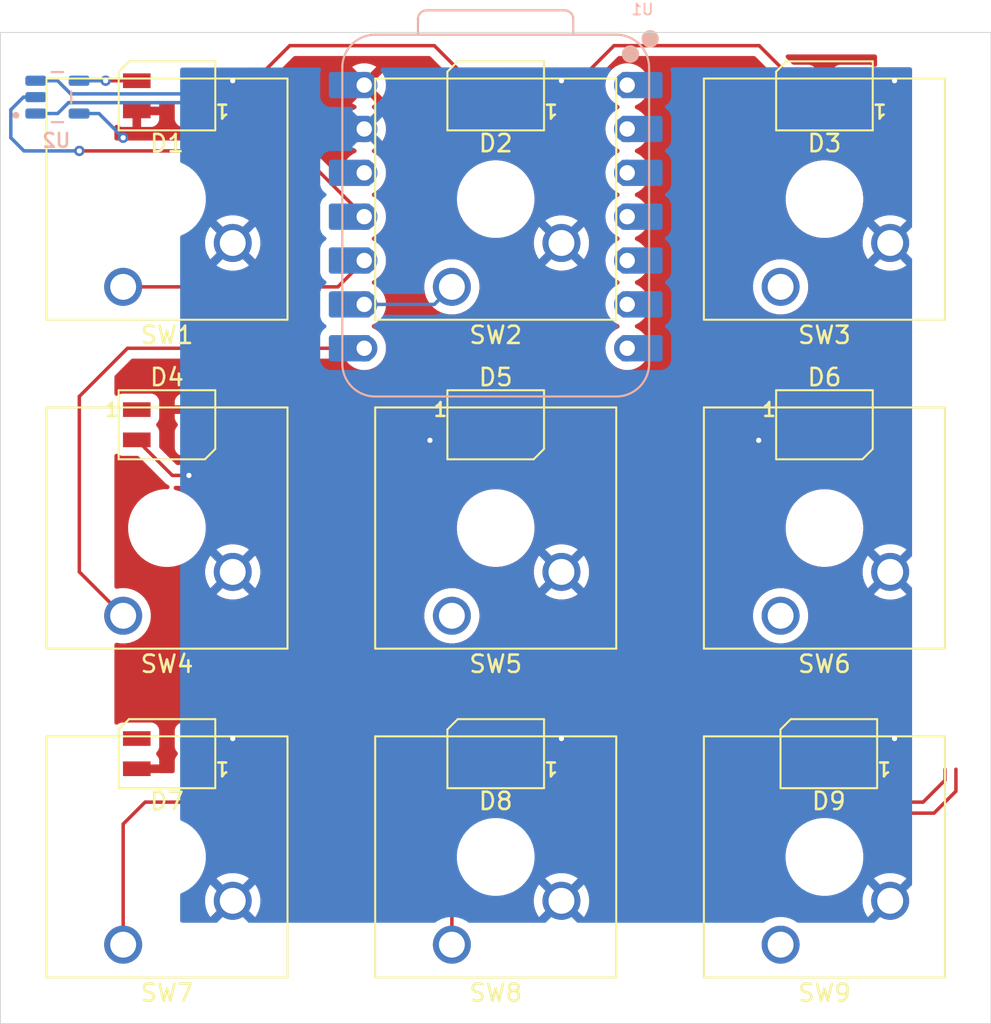
<source format=kicad_pcb>
(kicad_pcb (version 20241229) (generator "pcbnew") (generator_version "9.0")
  (layers (0 "F.Cu" signal) (2 "B.Cu" signal) (13 "F.Paste" user) (15 "B.Paste" user) (5 "F.SilkS" user "F.Silkscreen") (7 "B.SilkS" user "B.Silkscreen") (1 "F.Mask" user) (3 "B.Mask" user) (25 "Edge.Cuts" user))
  (net 0 "")
  (net 1 "VCC")
  (net 2 "Net-(D1-DOUT)")
  (net 3 "NEOPIX_5V")
  (net 4 "GNDD")
  (net 5 "Net-(D2-DOUT)")
  (net 6 "Net-(D3-DOUT)")
  (net 7 "Net-(D4-DOUT)")
  (net 8 "Net-(D4-DIN)")
  (net 9 "Net-(D5-DIN)")
  (net 10 "Net-(D7-DOUT)")
  (net 11 "Net-(D8-DOUT)")
  (net 12 "KEY1")
  (net 13 "KEY2")
  (net 14 "KEY3")
  (net 15 "KEY4")
  (net 16 "KEY5")
  (net 17 "KEY6")
  (net 18 "KEY7")
  (net 19 "KEY8")
  (net 20 "KEY9")
  (net 21 "3V3")
  (net 22 "NEOPIX")
  (footprint "LED_SMD:LED_SK6812MINI_PLCC4_3.5x3.5mm_P1.75mm" (layer "F.Cu") (at 97.79 109.587)
    (property "Reference" "D5" (at 0 -2.75 0) (layer "F.SilkS"))
    (property "Value" "SK6812MINI")
    (fp_line (start -2.8 -2) (end -2.8 2) (stroke (width 0.12)) (layer "F.SilkS"))
    (fp_line (start -2.8 -2) (end 2.8 -2) (stroke (width 0.12)) (layer "F.SilkS"))
    (fp_line (start -2.8 2) (end 2.2 2) (stroke (width 0.12)) (layer "F.SilkS"))
    (fp_line (start 2.8 1.4) (end 2.2 2) (stroke (width 0.12)) (layer "F.SilkS"))
    (fp_line (start 2.8 1.4) (end 2.8 -2) (stroke (width 0.12)) (layer "F.SilkS"))
    (fp_text user "1" (at -3.2 -0.875 0) (layer "F.SilkS") (effects (font (size 0.8 0.8))))
    (pad "1" smd rect (at -1.75 -0.875) (size 1.6 0.85) (layers "F.Cu" "F.Mask" "F.Paste") (net 8 "Net-(D4-DIN)"))
    (pad "2" smd rect (at -1.75 0.875) (size 1.6 0.85) (layers "F.Cu" "F.Mask" "F.Paste") (net 4 "GNDD"))
    (pad "3" smd rect (at 1.75 0.875) (size 1.6 0.85) (layers "F.Cu" "F.Mask" "F.Paste") (net 9 "Net-(D5-DIN)"))
    (pad "4" smd rect (at 1.75 -0.875) (size 1.6 0.85) (layers "F.Cu" "F.Mask" "F.Paste") (net 1 "VCC"))
  )
  (footprint "Button_Switch_Keyboard:SW_Cherry_MX_1.00u_Plate" (layer "F.Cu") (at 114.3 120.65 180)
    (property "Reference" "SW6" (at -2.54 -2.794 0) (layer "F.SilkS"))
    (property "Value" "SW_Push")
    (fp_line (start 4.445 12.065) (end -9.525 12.065) (stroke (width 0.12)) (layer "F.SilkS"))
    (fp_line (start 4.445 -1.905) (end 4.445 12.065) (stroke (width 0.12)) (layer "F.SilkS"))
    (fp_line (start -9.525 12.065) (end -9.525 -1.905) (stroke (width 0.12)) (layer "F.SilkS"))
    (fp_line (start -9.525 -1.905) (end 4.445 -1.905) (stroke (width 0.12)) (layer "F.SilkS"))
    (pad "" np_thru_hole circle (at -2.54 5.08 180) (size 4 4) (drill 4) (layers "*.Cu" "*.Mask"))
    (pad "1" thru_hole circle (at 0 0 180) (size 2.2 2.2) (drill 1.5) (layers "*.Cu" "*.Mask") (net 17 "KEY6"))
    (pad "2" thru_hole circle (at -6.35 2.54 180) (size 2.2 2.2) (drill 1.5) (layers "*.Cu" "*.Mask") (net 4 "GNDD"))
  )
  (footprint "LED_SMD:LED_SK6812MINI_PLCC4_3.5x3.5mm_P1.75mm" (layer "F.Cu") (at 78.74 90.537 180)
    (property "Reference" "D1" (at 0 -2.75 0) (layer "F.SilkS"))
    (property "Value" "SK6812MINI")
    (fp_line (start 2.8 1.4) (end 2.8 -2) (stroke (width 0.12)) (layer "F.SilkS"))
    (fp_line (start 2.8 1.4) (end 2.2 2) (stroke (width 0.12)) (layer "F.SilkS"))
    (fp_line (start -2.8 2) (end 2.2 2) (stroke (width 0.12)) (layer "F.SilkS"))
    (fp_line (start -2.8 -2) (end 2.8 -2) (stroke (width 0.12)) (layer "F.SilkS"))
    (fp_line (start -2.8 -2) (end -2.8 2) (stroke (width 0.12)) (layer "F.SilkS"))
    (fp_text user "1" (at -3.2 -0.875 180) (layer "F.SilkS") (effects (font (size 0.8 0.8))))
    (pad "1" smd rect (at -1.75 -0.875 180) (size 1.6 0.85) (layers "F.Cu" "F.Mask" "F.Paste") (net 2 "Net-(D1-DOUT)"))
    (pad "2" smd rect (at -1.75 0.875 180) (size 1.6 0.85) (layers "F.Cu" "F.Mask" "F.Paste") (net 4 "GNDD"))
    (pad "3" smd rect (at 1.75 0.875 180) (size 1.6 0.85) (layers "F.Cu" "F.Mask" "F.Paste") (net 3 "NEOPIX_5V"))
    (pad "4" smd rect (at 1.75 -0.875 180) (size 1.6 0.85) (layers "F.Cu" "F.Mask" "F.Paste") (net 1 "VCC"))
  )
  (footprint "LED_SMD:LED_SK6812MINI_PLCC4_3.5x3.5mm_P1.75mm" (layer "F.Cu") (at 116.84 90.537 180)
    (property "Reference" "D3" (at 0 -2.75 0) (layer "F.SilkS"))
    (property "Value" "SK6812MINI")
    (fp_line (start 2.8 1.4) (end 2.8 -2) (stroke (width 0.12)) (layer "F.SilkS"))
    (fp_line (start 2.8 1.4) (end 2.2 2) (stroke (width 0.12)) (layer "F.SilkS"))
    (fp_line (start -2.8 2) (end 2.2 2) (stroke (width 0.12)) (layer "F.SilkS"))
    (fp_line (start -2.8 -2) (end 2.8 -2) (stroke (width 0.12)) (layer "F.SilkS"))
    (fp_line (start -2.8 -2) (end -2.8 2) (stroke (width 0.12)) (layer "F.SilkS"))
    (fp_text user "1" (at -3.2 -0.875 180) (layer "F.SilkS") (effects (font (size 0.8 0.8))))
    (pad "1" smd rect (at -1.75 -0.875 180) (size 1.6 0.85) (layers "F.Cu" "F.Mask" "F.Paste") (net 6 "Net-(D3-DOUT)"))
    (pad "2" smd rect (at -1.75 0.875 180) (size 1.6 0.85) (layers "F.Cu" "F.Mask" "F.Paste") (net 4 "GNDD"))
    (pad "3" smd rect (at 1.75 0.875 180) (size 1.6 0.85) (layers "F.Cu" "F.Mask" "F.Paste") (net 5 "Net-(D2-DOUT)"))
    (pad "4" smd rect (at 1.75 -0.875 180) (size 1.6 0.85) (layers "F.Cu" "F.Mask" "F.Paste") (net 1 "VCC"))
  )
  (footprint "LED_SMD:LED_SK6812MINI_PLCC4_3.5x3.5mm_P1.75mm" (layer "F.Cu") (at 78.74 128.637 180)
    (property "Reference" "D7" (at 0 -2.75 0) (layer "F.SilkS"))
    (property "Value" "SK6812MINI")
    (fp_line (start 2.8 1.4) (end 2.8 -2) (stroke (width 0.12)) (layer "F.SilkS"))
    (fp_line (start 2.8 1.4) (end 2.2 2) (stroke (width 0.12)) (layer "F.SilkS"))
    (fp_line (start -2.8 2) (end 2.2 2) (stroke (width 0.12)) (layer "F.SilkS"))
    (fp_line (start -2.8 -2) (end 2.8 -2) (stroke (width 0.12)) (layer "F.SilkS"))
    (fp_line (start -2.8 -2) (end -2.8 2) (stroke (width 0.12)) (layer "F.SilkS"))
    (fp_text user "1" (at -3.2 -0.875 180) (layer "F.SilkS") (effects (font (size 0.8 0.8))))
    (pad "1" smd rect (at -1.75 -0.875 180) (size 1.6 0.85) (layers "F.Cu" "F.Mask" "F.Paste") (net 10 "Net-(D7-DOUT)"))
    (pad "2" smd rect (at -1.75 0.875 180) (size 1.6 0.85) (layers "F.Cu" "F.Mask" "F.Paste") (net 4 "GNDD"))
    (pad "3" smd rect (at 1.75 0.875 180) (size 1.6 0.85) (layers "F.Cu" "F.Mask" "F.Paste") (net 7 "Net-(D4-DOUT)"))
    (pad "4" smd rect (at 1.75 -0.875 180) (size 1.6 0.85) (layers "F.Cu" "F.Mask" "F.Paste") (net 1 "VCC"))
  )
  (footprint "Button_Switch_Keyboard:SW_Cherry_MX_1.00u_Plate" (layer "F.Cu") (at 76.2 139.7 180)
    (property "Reference" "SW7" (at -2.54 -2.794 0) (layer "F.SilkS"))
    (property "Value" "SW_Push")
    (fp_line (start 4.445 12.065) (end -9.525 12.065) (stroke (width 0.12)) (layer "F.SilkS"))
    (fp_line (start 4.445 -1.905) (end 4.445 12.065) (stroke (width 0.12)) (layer "F.SilkS"))
    (fp_line (start -9.525 12.065) (end -9.525 -1.905) (stroke (width 0.12)) (layer "F.SilkS"))
    (fp_line (start -9.525 -1.905) (end 4.445 -1.905) (stroke (width 0.12)) (layer "F.SilkS"))
    (pad "" np_thru_hole circle (at -2.54 5.08 180) (size 4 4) (drill 4) (layers "*.Cu" "*.Mask"))
    (pad "1" thru_hole circle (at 0 0 180) (size 2.2 2.2) (drill 1.5) (layers "*.Cu" "*.Mask") (net 18 "KEY7"))
    (pad "2" thru_hole circle (at -6.35 2.54 180) (size 2.2 2.2) (drill 1.5) (layers "*.Cu" "*.Mask") (net 4 "GNDD"))
  )
  (footprint "Button_Switch_Keyboard:SW_Cherry_MX_1.00u_Plate" (layer "F.Cu") (at 76.2 101.6 180)
    (property "Reference" "SW1" (at -2.54 -2.794 0) (layer "F.SilkS"))
    (property "Value" "SW_Push")
    (fp_line (start 4.445 12.065) (end -9.525 12.065) (stroke (width 0.12)) (layer "F.SilkS"))
    (fp_line (start 4.445 -1.905) (end 4.445 12.065) (stroke (width 0.12)) (layer "F.SilkS"))
    (fp_line (start -9.525 12.065) (end -9.525 -1.905) (stroke (width 0.12)) (layer "F.SilkS"))
    (fp_line (start -9.525 -1.905) (end 4.445 -1.905) (stroke (width 0.12)) (layer "F.SilkS"))
    (pad "" np_thru_hole circle (at -2.54 5.08 180) (size 4 4) (drill 4) (layers "*.Cu" "*.Mask"))
    (pad "1" thru_hole circle (at 0 0 180) (size 2.2 2.2) (drill 1.5) (layers "*.Cu" "*.Mask") (net 12 "KEY1"))
    (pad "2" thru_hole circle (at -6.35 2.54 180) (size 2.2 2.2) (drill 1.5) (layers "*.Cu" "*.Mask") (net 4 "GNDD"))
  )
  (footprint "Button_Switch_Keyboard:SW_Cherry_MX_1.00u_Plate" (layer "F.Cu") (at 114.3 139.7 180)
    (property "Reference" "SW9" (at -2.54 -2.794 0) (layer "F.SilkS"))
    (property "Value" "SW_Push")
    (fp_line (start 4.445 12.065) (end -9.525 12.065) (stroke (width 0.12)) (layer "F.SilkS"))
    (fp_line (start 4.445 -1.905) (end 4.445 12.065) (stroke (width 0.12)) (layer "F.SilkS"))
    (fp_line (start -9.525 12.065) (end -9.525 -1.905) (stroke (width 0.12)) (layer "F.SilkS"))
    (fp_line (start -9.525 -1.905) (end 4.445 -1.905) (stroke (width 0.12)) (layer "F.SilkS"))
    (pad "" np_thru_hole circle (at -2.54 5.08 180) (size 4 4) (drill 4) (layers "*.Cu" "*.Mask"))
    (pad "1" thru_hole circle (at 0 0 180) (size 2.2 2.2) (drill 1.5) (layers "*.Cu" "*.Mask") (net 20 "KEY9"))
    (pad "2" thru_hole circle (at -6.35 2.54 180) (size 2.2 2.2) (drill 1.5) (layers "*.Cu" "*.Mask") (net 4 "GNDD"))
  )
  (footprint "Button_Switch_Keyboard:SW_Cherry_MX_1.00u_Plate" (layer "F.Cu") (at 95.25 101.6 180)
    (property "Reference" "SW2" (at -2.54 -2.794 0) (layer "F.SilkS"))
    (property "Value" "SW_Push")
    (fp_line (start 4.445 12.065) (end -9.525 12.065) (stroke (width 0.12)) (layer "F.SilkS"))
    (fp_line (start 4.445 -1.905) (end 4.445 12.065) (stroke (width 0.12)) (layer "F.SilkS"))
    (fp_line (start -9.525 12.065) (end -9.525 -1.905) (stroke (width 0.12)) (layer "F.SilkS"))
    (fp_line (start -9.525 -1.905) (end 4.445 -1.905) (stroke (width 0.12)) (layer "F.SilkS"))
    (pad "" np_thru_hole circle (at -2.54 5.08 180) (size 4 4) (drill 4) (layers "*.Cu" "*.Mask"))
    (pad "1" thru_hole circle (at 0 0 180) (size 2.2 2.2) (drill 1.5) (layers "*.Cu" "*.Mask") (net 13 "KEY2"))
    (pad "2" thru_hole circle (at -6.35 2.54 180) (size 2.2 2.2) (drill 1.5) (layers "*.Cu" "*.Mask") (net 4 "GNDD"))
  )
  (footprint "LED_SMD:LED_SK6812MINI_PLCC4_3.5x3.5mm_P1.75mm" (layer "F.Cu") (at 78.74 109.587)
    (property "Reference" "D4" (at 0 -2.75 0) (layer "F.SilkS"))
    (property "Value" "SK6812MINI")
    (fp_line (start -2.8 -2) (end -2.8 2) (stroke (width 0.12)) (layer "F.SilkS"))
    (fp_line (start -2.8 -2) (end 2.8 -2) (stroke (width 0.12)) (layer "F.SilkS"))
    (fp_line (start -2.8 2) (end 2.2 2) (stroke (width 0.12)) (layer "F.SilkS"))
    (fp_line (start 2.8 1.4) (end 2.2 2) (stroke (width 0.12)) (layer "F.SilkS"))
    (fp_line (start 2.8 1.4) (end 2.8 -2) (stroke (width 0.12)) (layer "F.SilkS"))
    (fp_text user "1" (at -3.2 -0.875 0) (layer "F.SilkS") (effects (font (size 0.8 0.8))))
    (pad "1" smd rect (at -1.75 -0.875) (size 1.6 0.85) (layers "F.Cu" "F.Mask" "F.Paste") (net 7 "Net-(D4-DOUT)"))
    (pad "2" smd rect (at -1.75 0.875) (size 1.6 0.85) (layers "F.Cu" "F.Mask" "F.Paste") (net 4 "GNDD"))
    (pad "3" smd rect (at 1.75 0.875) (size 1.6 0.85) (layers "F.Cu" "F.Mask" "F.Paste") (net 8 "Net-(D4-DIN)"))
    (pad "4" smd rect (at 1.75 -0.875) (size 1.6 0.85) (layers "F.Cu" "F.Mask" "F.Paste") (net 1 "VCC"))
  )
  (footprint "LED_SMD:LED_SK6812MINI_PLCC4_3.5x3.5mm_P1.75mm" (layer "F.Cu") (at 97.79 90.537 180)
    (property "Reference" "D2" (at 0 -2.75 0) (layer "F.SilkS"))
    (property "Value" "SK6812MINI")
    (fp_line (start 2.8 1.4) (end 2.8 -2) (stroke (width 0.12)) (layer "F.SilkS"))
    (fp_line (start 2.8 1.4) (end 2.2 2) (stroke (width 0.12)) (layer "F.SilkS"))
    (fp_line (start -2.8 2) (end 2.2 2) (stroke (width 0.12)) (layer "F.SilkS"))
    (fp_line (start -2.8 -2) (end 2.8 -2) (stroke (width 0.12)) (layer "F.SilkS"))
    (fp_line (start -2.8 -2) (end -2.8 2) (stroke (width 0.12)) (layer "F.SilkS"))
    (fp_text user "1" (at -3.2 -0.875 180) (layer "F.SilkS") (effects (font (size 0.8 0.8))))
    (pad "1" smd rect (at -1.75 -0.875 180) (size 1.6 0.85) (layers "F.Cu" "F.Mask" "F.Paste") (net 5 "Net-(D2-DOUT)"))
    (pad "2" smd rect (at -1.75 0.875 180) (size 1.6 0.85) (layers "F.Cu" "F.Mask" "F.Paste") (net 4 "GNDD"))
    (pad "3" smd rect (at 1.75 0.875 180) (size 1.6 0.85) (layers "F.Cu" "F.Mask" "F.Paste") (net 2 "Net-(D1-DOUT)"))
    (pad "4" smd rect (at 1.75 -0.875 180) (size 1.6 0.85) (layers "F.Cu" "F.Mask" "F.Paste") (net 1 "VCC"))
  )
  (footprint "LED_SMD:LED_SK6812MINI_PLCC4_3.5x3.5mm_P1.75mm" (layer "F.Cu") (at 97.79 128.637 180)
    (property "Reference" "D8" (at 0 -2.75 0) (layer "F.SilkS"))
    (property "Value" "SK6812MINI")
    (fp_line (start 2.8 1.4) (end 2.8 -2) (stroke (width 0.12)) (layer "F.SilkS"))
    (fp_line (start 2.8 1.4) (end 2.2 2) (stroke (width 0.12)) (layer "F.SilkS"))
    (fp_line (start -2.8 2) (end 2.2 2) (stroke (width 0.12)) (layer "F.SilkS"))
    (fp_line (start -2.8 -2) (end 2.8 -2) (stroke (width 0.12)) (layer "F.SilkS"))
    (fp_line (start -2.8 -2) (end -2.8 2) (stroke (width 0.12)) (layer "F.SilkS"))
    (fp_text user "1" (at -3.2 -0.875 180) (layer "F.SilkS") (effects (font (size 0.8 0.8))))
    (pad "1" smd rect (at -1.75 -0.875 180) (size 1.6 0.85) (layers "F.Cu" "F.Mask" "F.Paste") (net 11 "Net-(D8-DOUT)"))
    (pad "2" smd rect (at -1.75 0.875 180) (size 1.6 0.85) (layers "F.Cu" "F.Mask" "F.Paste") (net 4 "GNDD"))
    (pad "3" smd rect (at 1.75 0.875 180) (size 1.6 0.85) (layers "F.Cu" "F.Mask" "F.Paste") (net 10 "Net-(D7-DOUT)"))
    (pad "4" smd rect (at 1.75 -0.875 180) (size 1.6 0.85) (layers "F.Cu" "F.Mask" "F.Paste") (net 1 "VCC"))
  )
  (footprint "Button_Switch_Keyboard:SW_Cherry_MX_1.00u_Plate" (layer "F.Cu") (at 95.25 139.7 180)
    (property "Reference" "SW8" (at -2.54 -2.794 0) (layer "F.SilkS"))
    (property "Value" "SW_Push")
    (fp_line (start 4.445 12.065) (end -9.525 12.065) (stroke (width 0.12)) (layer "F.SilkS"))
    (fp_line (start 4.445 -1.905) (end 4.445 12.065) (stroke (width 0.12)) (layer "F.SilkS"))
    (fp_line (start -9.525 12.065) (end -9.525 -1.905) (stroke (width 0.12)) (layer "F.SilkS"))
    (fp_line (start -9.525 -1.905) (end 4.445 -1.905) (stroke (width 0.12)) (layer "F.SilkS"))
    (pad "" np_thru_hole circle (at -2.54 5.08 180) (size 4 4) (drill 4) (layers "*.Cu" "*.Mask"))
    (pad "1" thru_hole circle (at 0 0 180) (size 2.2 2.2) (drill 1.5) (layers "*.Cu" "*.Mask") (net 19 "KEY8"))
    (pad "2" thru_hole circle (at -6.35 2.54 180) (size 2.2 2.2) (drill 1.5) (layers "*.Cu" "*.Mask") (net 4 "GNDD"))
  )
  (footprint "Button_Switch_Keyboard:SW_Cherry_MX_1.00u_Plate" (layer "F.Cu") (at 95.25 120.65 180)
    (property "Reference" "SW5" (at -2.54 -2.794 0) (layer "F.SilkS"))
    (property "Value" "SW_Push")
    (fp_line (start 4.445 12.065) (end -9.525 12.065) (stroke (width 0.12)) (layer "F.SilkS"))
    (fp_line (start 4.445 -1.905) (end 4.445 12.065) (stroke (width 0.12)) (layer "F.SilkS"))
    (fp_line (start -9.525 12.065) (end -9.525 -1.905) (stroke (width 0.12)) (layer "F.SilkS"))
    (fp_line (start -9.525 -1.905) (end 4.445 -1.905) (stroke (width 0.12)) (layer "F.SilkS"))
    (pad "" np_thru_hole circle (at -2.54 5.08 180) (size 4 4) (drill 4) (layers "*.Cu" "*.Mask"))
    (pad "1" thru_hole circle (at 0 0 180) (size 2.2 2.2) (drill 1.5) (layers "*.Cu" "*.Mask") (net 16 "KEY5"))
    (pad "2" thru_hole circle (at -6.35 2.54 180) (size 2.2 2.2) (drill 1.5) (layers "*.Cu" "*.Mask") (net 4 "GNDD"))
  )
  (footprint "Button_Switch_Keyboard:SW_Cherry_MX_1.00u_Plate" (layer "F.Cu") (at 76.2 120.65 180)
    (property "Reference" "SW4" (at -2.54 -2.794 0) (layer "F.SilkS"))
    (property "Value" "SW_Push")
    (fp_line (start 4.445 12.065) (end -9.525 12.065) (stroke (width 0.12)) (layer "F.SilkS"))
    (fp_line (start 4.445 -1.905) (end 4.445 12.065) (stroke (width 0.12)) (layer "F.SilkS"))
    (fp_line (start -9.525 12.065) (end -9.525 -1.905) (stroke (width 0.12)) (layer "F.SilkS"))
    (fp_line (start -9.525 -1.905) (end 4.445 -1.905) (stroke (width 0.12)) (layer "F.SilkS"))
    (pad "" np_thru_hole circle (at -2.54 5.08 180) (size 4 4) (drill 4) (layers "*.Cu" "*.Mask"))
    (pad "1" thru_hole circle (at 0 0 180) (size 2.2 2.2) (drill 1.5) (layers "*.Cu" "*.Mask") (net 15 "KEY4"))
    (pad "2" thru_hole circle (at -6.35 2.54 180) (size 2.2 2.2) (drill 1.5) (layers "*.Cu" "*.Mask") (net 4 "GNDD"))
  )
  (footprint "Button_Switch_Keyboard:SW_Cherry_MX_1.00u_Plate" (layer "F.Cu") (at 114.3 101.6 180)
    (property "Reference" "SW3" (at -2.54 -2.794 0) (layer "F.SilkS"))
    (property "Value" "SW_Push")
    (fp_line (start 4.445 12.065) (end -9.525 12.065) (stroke (width 0.12)) (layer "F.SilkS"))
    (fp_line (start 4.445 -1.905) (end 4.445 12.065) (stroke (width 0.12)) (layer "F.SilkS"))
    (fp_line (start -9.525 12.065) (end -9.525 -1.905) (stroke (width 0.12)) (layer "F.SilkS"))
    (fp_line (start -9.525 -1.905) (end 4.445 -1.905) (stroke (width 0.12)) (layer "F.SilkS"))
    (pad "" np_thru_hole circle (at -2.54 5.08 180) (size 4 4) (drill 4) (layers "*.Cu" "*.Mask"))
    (pad "1" thru_hole circle (at 0 0 180) (size 2.2 2.2) (drill 1.5) (layers "*.Cu" "*.Mask") (net 14 "KEY3"))
    (pad "2" thru_hole circle (at -6.35 2.54 180) (size 2.2 2.2) (drill 1.5) (layers "*.Cu" "*.Mask") (net 4 "GNDD"))
  )
  (footprint "LED_SMD:LED_SK6812MINI_PLCC4_3.5x3.5mm_P1.75mm" (layer "F.Cu") (at 116.84 109.587)
    (property "Reference" "D6" (at 0 -2.75 0) (layer "F.SilkS"))
    (property "Value" "SK6812MINI")
    (fp_line (start -2.8 -2) (end -2.8 2) (stroke (width 0.12)) (layer "F.SilkS"))
    (fp_line (start -2.8 -2) (end 2.8 -2) (stroke (width 0.12)) (layer "F.SilkS"))
    (fp_line (start -2.8 2) (end 2.2 2) (stroke (width 0.12)) (layer "F.SilkS"))
    (fp_line (start 2.8 1.4) (end 2.2 2) (stroke (width 0.12)) (layer "F.SilkS"))
    (fp_line (start 2.8 1.4) (end 2.8 -2) (stroke (width 0.12)) (layer "F.SilkS"))
    (fp_text user "1" (at -3.2 -0.875 0) (layer "F.SilkS") (effects (font (size 0.8 0.8))))
    (pad "1" smd rect (at -1.75 -0.875) (size 1.6 0.85) (layers "F.Cu" "F.Mask" "F.Paste") (net 9 "Net-(D5-DIN)"))
    (pad "2" smd rect (at -1.75 0.875) (size 1.6 0.85) (layers "F.Cu" "F.Mask" "F.Paste") (net 4 "GNDD"))
    (pad "3" smd rect (at 1.75 0.875) (size 1.6 0.85) (layers "F.Cu" "F.Mask" "F.Paste") (net 6 "Net-(D3-DOUT)"))
    (pad "4" smd rect (at 1.75 -0.875) (size 1.6 0.85) (layers "F.Cu" "F.Mask" "F.Paste") (net 1 "VCC"))
  )
  (footprint "LED_SMD:LED_SK6812MINI_PLCC4_3.5x3.5mm_P1.75mm" (layer "F.Cu") (at 117.094 128.637 180)
    (property "Reference" "D9" (at 0 -2.75 0) (layer "F.SilkS"))
    (property "Value" "SK6812MINI")
    (fp_line (start 2.8 1.4) (end 2.8 -2) (stroke (width 0.12)) (layer "F.SilkS"))
    (fp_line (start 2.8 1.4) (end 2.2 2) (stroke (width 0.12)) (layer "F.SilkS"))
    (fp_line (start -2.8 2) (end 2.2 2) (stroke (width 0.12)) (layer "F.SilkS"))
    (fp_line (start -2.8 -2) (end 2.8 -2) (stroke (width 0.12)) (layer "F.SilkS"))
    (fp_line (start -2.8 -2) (end -2.8 2) (stroke (width 0.12)) (layer "F.SilkS"))
    (fp_text user "1" (at -3.2 -0.875 180) (layer "F.SilkS") (effects (font (size 0.8 0.8))))
    (pad "1" smd rect (at -1.75 -0.875 180) (size 1.6 0.85) (layers "F.Cu" "F.Mask" "F.Paste"))
    (pad "2" smd rect (at -1.75 0.875 180) (size 1.6 0.85) (layers "F.Cu" "F.Mask" "F.Paste") (net 4 "GNDD"))
    (pad "3" smd rect (at 1.75 0.875 180) (size 1.6 0.85) (layers "F.Cu" "F.Mask" "F.Paste") (net 11 "Net-(D8-DOUT)"))
    (pad "4" smd rect (at 1.75 -0.875 180) (size 1.6 0.85) (layers "F.Cu" "F.Mask" "F.Paste") (net 1 "VCC"))
  )
  (footprint "Seeed Studio XIAO Series Library:XIAO-RP2040-DIP" (layer "B.Cu") (at 97.79 97.536 180)
    (property "Reference" "U1" (at -8.5 12 0) (layer "B.SilkS") (effects (font (size 0.635 0.635) (thickness 0.1016)) (justify mirror)))
    (property "Value" "XIAO-RP2040-DIP")
    (fp_line (start 8.89 -8.509) (end 8.89 8.636) (stroke (width 0.127)) (layer "B.SilkS"))
    (fp_line (start 6.985 10.541) (end -6.985 10.541) (stroke (width 0.1)) (layer "B.SilkS"))
    (fp_line (start 6.985 10.541) (end -6.985 10.541) (stroke (width 0.127)) (layer "B.SilkS"))
    (fp_line (start 4.504 11.451) (end 4.504 10.541) (stroke (width 0.127)) (layer "B.SilkS"))
    (fp_line (start -3.991272 11.951) (end 4.004 11.951) (stroke (width 0.127)) (layer "B.SilkS"))
    (fp_line (start -4.495 10.541) (end -4.491272 11.451272) (stroke (width 0.127)) (layer "B.SilkS"))
    (fp_line (start -6.985 -10.414) (end 6.985 -10.414) (stroke (width 0.127)) (layer "B.SilkS"))
    (fp_line (start -8.89 -8.509) (end -8.89 8.636) (stroke (width 0.127)) (layer "B.SilkS"))
    (fp_arc (start 8.89 8.636) (mid 8.332038 9.983038) (end 6.985 10.541) (stroke (width 0.127)) (layer "B.SilkS"))
    (fp_arc (start 6.985 -10.414) (mid 8.332038 -9.856038) (end 8.89 -8.509) (stroke (width 0.127)) (layer "B.SilkS"))
    (fp_arc (start 4.504 11.451) (mid 4.357553 11.804553) (end 4.004 11.951) (stroke (width 0.127)) (layer "B.SilkS"))
    (fp_arc (start -3.991272 11.951) (mid -4.344724 11.804644) (end -4.491272 11.451272) (stroke (width 0.127)) (layer "B.SilkS"))
    (fp_arc (start -6.985 10.541) (mid -8.332038 9.983038) (end -8.89 8.636) (stroke (width 0.127)) (layer "B.SilkS"))
    (fp_arc (start -8.89 -8.509) (mid -8.332038 -9.856038) (end -6.985 -10.414) (stroke (width 0.127)) (layer "B.SilkS"))
    (fp_circle (center -7.807 9.42) (end -7.807 9.674) (stroke (width 0.5)) (fill yes) (layer "B.SilkS"))
    (fp_circle (center -8.95 10.3) (end -8.95 10.554) (stroke (width 0.5)) (fill yes) (layer "B.SilkS"))
    (pad "1" smd roundrect (at -8.455 7.62) (size 2.432 1.524) (layers "B.Cu" "B.Mask") (roundrect_rratio 0.1))
    (pad "1" thru_hole circle (at -7.62 7.62) (size 1.524 1.524) (drill 0.889) (layers "*.Cu" "*.Mask"))
    (pad "2" smd roundrect (at -8.455 5.08) (size 2.432 1.524) (layers "B.Cu" "B.Mask") (roundrect_rratio 0.1) (net 19 "KEY8"))
    (pad "2" thru_hole circle (at -7.62 5.08) (size 1.524 1.524) (drill 0.889) (layers "*.Cu" "*.Mask") (net 19 "KEY8"))
    (pad "3" smd roundrect (at -8.455 2.54) (size 2.432 1.524) (layers "B.Cu" "B.Mask") (roundrect_rratio 0.1) (net 17 "KEY6"))
    (pad "3" thru_hole circle (at -7.62 2.54) (size 1.524 1.524) (drill 0.889) (layers "*.Cu" "*.Mask") (net 17 "KEY6"))
    (pad "4" smd roundrect (at -8.455 0) (size 2.432 1.524) (layers "B.Cu" "B.Mask") (roundrect_rratio 0.1) (net 20 "KEY9"))
    (pad "4" thru_hole circle (at -7.62 0) (size 1.524 1.524) (drill 0.889) (layers "*.Cu" "*.Mask") (net 20 "KEY9"))
    (pad "5" smd roundrect (at -8.455 -2.54) (size 2.432 1.524) (layers "B.Cu" "B.Mask") (roundrect_rratio 0.1) (net 14 "KEY3"))
    (pad "5" thru_hole circle (at -7.62 -2.54) (size 1.524 1.524) (drill 0.889) (layers "*.Cu" "*.Mask") (net 14 "KEY3"))
    (pad "6" smd roundrect (at -8.455 -5.08) (size 2.432 1.524) (layers "B.Cu" "B.Mask") (roundrect_rratio 0.1) (net 16 "KEY5"))
    (pad "6" thru_hole circle (at -7.62 -5.08) (size 1.524 1.524) (drill 0.889) (layers "*.Cu" "*.Mask") (net 16 "KEY5"))
    (pad "7" smd roundrect (at -8.455 -7.62) (size 2.432 1.524) (layers "B.Cu" "B.Mask") (roundrect_rratio 0.1))
    (pad "7" thru_hole circle (at -7.62 -7.62) (size 1.524 1.524) (drill 0.889) (layers "*.Cu" "*.Mask"))
    (pad "8" thru_hole circle (at 7.62 -7.62 180) (size 1.524 1.524) (drill 0.889) (layers "*.Cu" "*.Mask") (net 15 "KEY4"))
    (pad "8" smd roundrect (at 8.455 -7.62 180) (size 2.432 1.524) (layers "B.Cu" "B.Mask") (roundrect_rratio 0.1) (net 15 "KEY4"))
    (pad "9" thru_hole circle (at 7.62 -5.08 180) (size 1.524 1.524) (drill 0.889) (layers "*.Cu" "*.Mask") (net 13 "KEY2"))
    (pad "9" smd roundrect (at 8.455 -5.08 180) (size 2.432 1.524) (layers "B.Cu" "B.Mask") (roundrect_rratio 0.1) (net 13 "KEY2"))
    (pad "10" thru_hole circle (at 7.62 -2.54 180) (size 1.524 1.524) (drill 0.889) (layers "*.Cu" "*.Mask") (net 12 "KEY1"))
    (pad "10" smd roundrect (at 8.455 -2.54 180) (size 2.432 1.524) (layers "B.Cu" "B.Mask") (roundrect_rratio 0.1) (net 12 "KEY1"))
    (pad "11" thru_hole circle (at 7.62 0 180) (size 1.524 1.524) (drill 0.889) (layers "*.Cu" "*.Mask") (net 22 "NEOPIX"))
    (pad "11" smd roundrect (at 8.455 0 180) (size 2.432 1.524) (layers "B.Cu" "B.Mask") (roundrect_rratio 0.1) (net 22 "NEOPIX"))
    (pad "12" thru_hole circle (at 7.62 2.54 180) (size 1.524 1.524) (drill 0.889) (layers "*.Cu" "*.Mask") (net 21 "3V3"))
    (pad "12" smd roundrect (at 8.455 2.54 180) (size 2.432 1.524) (layers "B.Cu" "B.Mask") (roundrect_rratio 0.1) (net 21 "3V3"))
    (pad "13" thru_hole circle (at 7.62 5.08 180) (size 1.524 1.524) (drill 0.889) (layers "*.Cu" "*.Mask") (net 4 "GNDD"))
    (pad "13" smd roundrect (at 8.455 5.08 180) (size 2.432 1.524) (layers "B.Cu" "B.Mask") (roundrect_rratio 0.1) (net 4 "GNDD"))
    (pad "14" thru_hole circle (at 7.62 7.62 180) (size 1.524 1.524) (drill 0.889) (layers "*.Cu" "*.Mask") (net 1 "VCC"))
    (pad "14" smd roundrect (at 8.455 7.62 180) (size 2.432 1.524) (layers "B.Cu" "B.Mask") (roundrect_rratio 0.1) (net 1 "VCC"))
  )
  (footprint "SN74AHCT1G125DBVR:SOT95P280X145-5N" (layer "B.Cu") (at 72.39 90.612)
    (property "Reference" "U2" (at -0.06 2.508 0) (layer "B.SilkS") (effects (font (size 0.8 0.8)) (justify mirror)))
    (property "Value" "74AHCT1G125")
    (fp_line (start -0.33 1.45) (end 0.33 1.45) (stroke (width 0.127)) (layer "B.SilkS"))
    (fp_line (start 0.33 -1.45) (end -0.33 -1.45) (stroke (width 0.127)) (layer "B.SilkS"))
    (fp_line (start 0.8 0.335) (end 0.8 -0.335) (stroke (width 0.127)) (layer "B.SilkS"))
    (fp_circle (center -2.41 1.05) (end -2.31 1.05) (stroke (width 0.2)) (fill no) (layer "B.SilkS"))
    (pad "1" smd roundrect (at -1.255 0.95) (size 1.21 0.59) (layers "B.Cu" "B.Mask" "B.Paste") (net 4 "GNDD"))
    (pad "2" smd roundrect (at -1.255 0) (size 1.21 0.59) (layers "B.Cu" "B.Mask" "B.Paste") (net 22 "NEOPIX"))
    (pad "3" smd roundrect (at -1.255 -0.95) (size 1.21 0.59) (layers "B.Cu" "B.Mask" "B.Paste") (net 4 "GNDD"))
    (pad "4" smd roundrect (at 1.255 -0.95) (size 1.21 0.59) (layers "B.Cu" "B.Mask" "B.Paste") (net 3 "NEOPIX_5V"))
    (pad "5" smd roundrect (at 1.255 0.95) (size 1.21 0.59) (layers "B.Cu" "B.Mask" "B.Paste") (net 1 "VCC"))
  )
  (gr_rect (start 69.088 86.868) (end 126.492 144.272) (stroke (width 0.05)) (fill no) (layer "Edge.Cuts"))
  (via (at 76.2 92.964) (size 0.6) (drill 0.3) (layers "F.Cu" "B.Cu") (net 1))
  (segment (start 74.798 91.562) (end 76.2 92.964) (width 0.2) (layer "B.Cu") (net 1))
  (segment (start 73.645 91.562) (end 74.798 91.562) (width 0.2) (layer "B.Cu") (net 1))
  (segment (start 80.49 91.412) (end 82.07 91.412) (width 0.2) (layer "F.Cu") (net 2))
  (segment (start 94.234 87.63) (end 96.04 89.436) (width 0.2) (layer "F.Cu") (net 2))
  (segment (start 85.852 87.63) (end 94.234 87.63) (width 0.2) (layer "F.Cu") (net 2))
  (segment (start 82.07 91.412) (end 85.852 87.63) (width 0.2) (layer "F.Cu") (net 2))
  (segment (start 96.04 89.436) (end 96.04 89.662) (width 0.2) (layer "F.Cu") (net 2))
  (segment (start 75.184 89.662) (end 76.99 89.662) (width 0.2) (layer "F.Cu") (net 3))
  (via (at 75.184 89.662) (size 0.6) (drill 0.3) (layers "F.Cu" "B.Cu") (net 3))
  (segment (start 73.645 89.662) (end 75.184 89.662) (width 0.2) (layer "B.Cu") (net 3))
  (segment (start 96.04 110.462) (end 94.008 110.462) (width 0.2) (layer "F.Cu") (net 4))
  (segment (start 76.99 110.462) (end 79.05 112.522) (width 0.2) (layer "F.Cu") (net 4))
  (segment (start 80.49 89.662) (end 82.55 89.662) (width 0.2) (layer "F.Cu") (net 4))
  (segment (start 94.008 110.462) (end 93.98 110.49) (width 0.2) (layer "F.Cu") (net 4))
  (segment (start 118.59 89.662) (end 120.904 89.662) (width 0.2) (layer "F.Cu") (net 4))
  (segment (start 79.05 112.522) (end 80.01 112.522) (width 0.2) (layer "F.Cu") (net 4))
  (segment (start 118.844 127.762) (end 120.904 127.762) (width 0.2) (layer "F.Cu") (net 4))
  (segment (start 115.09 110.462) (end 113.058 110.462) (width 0.2) (layer "F.Cu") (net 4))
  (segment (start 113.058 110.462) (end 113.03 110.49) (width 0.2) (layer "F.Cu") (net 4))
  (segment (start 99.54 127.762) (end 101.6 127.762) (width 0.2) (layer "F.Cu") (net 4))
  (segment (start 99.54 89.662) (end 101.6 89.662) (width 0.2) (layer "F.Cu") (net 4))
  (segment (start 80.49 127.762) (end 82.55 127.762) (width 0.2) (layer "F.Cu") (net 4))
  (via (at 101.6 89.662) (size 0.6) (drill 0.3) (layers "F.Cu" "B.Cu") (net 4))
  (via (at 82.55 127.762) (size 0.6) (drill 0.3) (layers "F.Cu" "B.Cu") (net 4))
  (via (at 80.01 112.522) (size 0.6) (drill 0.3) (layers "F.Cu" "B.Cu") (net 4))
  (via (at 93.98 110.49) (size 0.6) (drill 0.3) (layers "F.Cu" "B.Cu") (net 4))
  (via (at 82.55 89.662) (size 0.6) (drill 0.3) (layers "F.Cu" "B.Cu") (net 4))
  (via (at 101.6 127.762) (size 0.6) (drill 0.3) (layers "F.Cu" "B.Cu") (net 4))
  (via (at 113.03 110.49) (size 0.6) (drill 0.3) (layers "F.Cu" "B.Cu") (net 4))
  (via (at 120.904 127.762) (size 0.6) (drill 0.3) (layers "F.Cu" "B.Cu") (net 4))
  (via (at 120.904 89.662) (size 0.6) (drill 0.3) (layers "F.Cu" "B.Cu") (net 4))
  (segment (start 78.232 90.932) (end 78.486 90.932) (width 0.2) (layer "B.Cu") (net 4))
  (segment (start 78.486 90.932) (end 80.518 90.932) (width 0.2) (layer "B.Cu") (net 4))
  (segment (start 72.401638 91.562) (end 73.031638 90.932) (width 0.2) (layer "B.Cu") (net 4))
  (segment (start 71.135 91.562) (end 72.401638 91.562) (width 0.2) (layer "B.Cu") (net 4))
  (segment (start 73.031638 90.932) (end 78.232 90.932) (width 0.2) (layer "B.Cu") (net 4))
  (segment (start 73.163638 90.424) (end 80.518 90.424) (width 0.2) (layer "B.Cu") (net 4))
  (segment (start 72.401638 89.662) (end 73.163638 90.424) (width 0.2) (layer "B.Cu") (net 4))
  (segment (start 71.135 89.662) (end 72.401638 89.662) (width 0.2) (layer "B.Cu") (net 4))
  (segment (start 113.058 87.63) (end 115.09 89.662) (width 0.2) (layer "F.Cu") (net 5))
  (segment (start 100.866 91.412) (end 104.648 87.63) (width 0.2) (layer "F.Cu") (net 5))
  (segment (start 104.648 87.63) (end 113.058 87.63) (width 0.2) (layer "F.Cu") (net 5))
  (segment (start 99.54 91.412) (end 100.866 91.412) (width 0.2) (layer "F.Cu") (net 5))
  (segment (start 76.2 101.6) (end 88.646 101.6) (width 0.2) (layer "F.Cu") (net 12))
  (segment (start 88.646 101.6) (end 90.17 100.076) (width 0.2) (layer "F.Cu") (net 12))
  (segment (start 95.25 101.6) (end 94.234 102.616) (width 0.2) (layer "B.Cu") (net 13))
  (segment (start 94.234 102.616) (end 90.17 102.616) (width 0.2) (layer "B.Cu") (net 13))
  (segment (start 73.66 107.95) (end 73.66 118.11) (width 0.2) (layer "F.Cu") (net 15))
  (segment (start 76.454 105.156) (end 73.66 107.95) (width 0.2) (layer "F.Cu") (net 15))
  (segment (start 90.17 105.156) (end 76.454 105.156) (width 0.2) (layer "F.Cu") (net 15))
  (segment (start 73.66 118.11) (end 76.2 120.65) (width 0.2) (layer "F.Cu") (net 15))
  (segment (start 122.555 131.445) (end 123.825 130.175) (width 0.2) (layer "F.Cu") (net 18))
  (segment (start 77.47 131.445) (end 122.555 131.445) (width 0.2) (layer "F.Cu") (net 18))
  (segment (start 76.2 132.715) (end 77.47 131.445) (width 0.2) (layer "F.Cu") (net 18))
  (segment (start 123.825 130.175) (end 123.825 129.54) (width 0.2) (layer "F.Cu") (net 18))
  (segment (start 76.2 139.7) (end 76.2 132.715) (width 0.2) (layer "F.Cu") (net 18))
  (segment (start 124.46 130.81) (end 124.46 129.54) (width 0.2) (layer "F.Cu") (net 19))
  (segment (start 95.25 132.715) (end 95.885 132.08) (width 0.2) (layer "F.Cu") (net 19))
  (segment (start 95.25 139.7) (end 95.25 132.715) (width 0.2) (layer "F.Cu") (net 19))
  (segment (start 95.885 132.08) (end 121.92 132.08) (width 0.2) (layer "F.Cu") (net 19))
  (segment (start 123.19 132.08) (end 124.46 130.81) (width 0.2) (layer "F.Cu") (net 19))
  (segment (start 121.92 132.08) (end 123.19 132.08) (width 0.2) (layer "F.Cu") (net 19))
  (segment (start 73.66 93.726) (end 86.36 93.726) (width 0.2) (layer "F.Cu") (net 22))
  (segment (start 86.36 93.726) (end 90.17 97.536) (width 0.2) (layer "F.Cu") (net 22))
  (via (at 73.66 93.726) (size 0.6) (drill 0.3) (layers "F.Cu" "B.Cu") (net 22))
  (segment (start 69.689 92.964) (end 70.451 93.726) (width 0.2) (layer "B.Cu") (net 22))
  (segment (start 69.689 91.347) (end 69.689 92.964) (width 0.2) (layer "B.Cu") (net 22))
  (segment (start 70.451 93.726) (end 73.66 93.726) (width 0.2) (layer "B.Cu") (net 22))
  (segment (start 71.135 90.612) (end 70.424 90.612) (width 0.2) (layer "B.Cu") (net 22))
  (segment (start 70.424 90.612) (end 69.689 91.347) (width 0.2) (layer "B.Cu") (net 22))
  (zone (net 1) (net_name "VCC") (layer "F.Cu") (connect_pads (clearance 0.5)) (min_thickness 0.25) (fill yes (thermal_gap 0.5) (thermal_bridge_width 0.5))
    (polygon (pts (xy 81.788 90.932) (xy 84.582 88.138) (xy 95.25 88.138) (xy 95.25 91.186) (xy 100.33 91.186) (xy 100.33 88.138) (xy 119.888 88.138) (xy 120.135801 129.7686) (xy 75.692 129.7686) (xy 75.692 90.932)))
  )
  (zone (net 4) (net_name "GNDD") (layer "B.Cu") (priority 1) (connect_pads (clearance 0.5)) (min_thickness 0.25) (fill yes (thermal_gap 0.5) (thermal_bridge_width 0.5))
    (polygon (pts (xy 121.92 138.43) (xy 121.92 88.878706) (xy 79.502 88.9) (xy 79.502 138.43)))
  )
)
</source>
